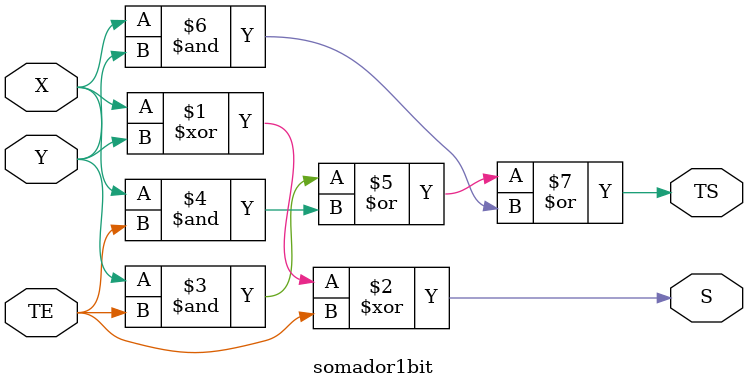
<source format=v>
/*
Prática Somador
Alunos: Alexandre Roque, Henrique Coelho e Vitor Santana
Disciplina: Sistemas Digitais
Professora: Mara Coelho
*/

module somador1bit(X,Y,TE,S,TS);

	input X,Y,TE;
	output S,TS;
	
	assign S = X ^ Y ^ TE;
	assign TS = (Y & TE) | (X & TE) | (X & Y);

endmodule

</source>
